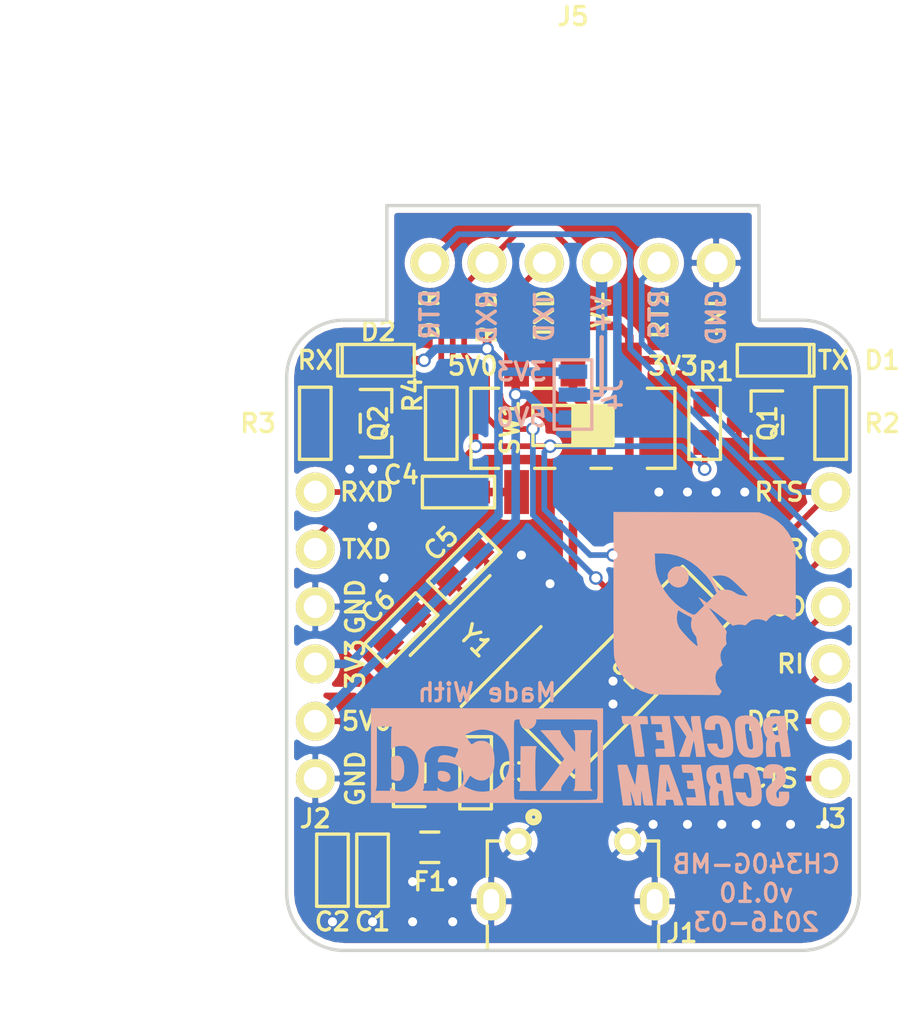
<source format=kicad_pcb>
(kicad_pcb (version 4) (host pcbnew 0.201603200401+6630~43~ubuntu14.04.1-product)
  (layers (0 F.Cu signal) (31 B.Cu signal) (34 B.Paste user) (35 F.Paste user) (36 B.SilkS user) (37 F.SilkS user) (38 B.Mask user) (39 F.Mask user) (44 Edge.Cuts user))
  (net 0 "")
  (net 1 GND)
  (net 2 5V0)
  (net 3 3V3)
  (net 4 "Net-(Q2-Pad1)")
  (net 5 "Net-(Q2-Pad2)")
  (net 6 "Net-(Q1-Pad1)")
  (net 7 "Net-(Q1-Pad2)")
  (net 8 /TXD)
  (net 9 /RXD)
  (net 10 V3)
  (net 11 /UD+)
  (net 12 /UD-)
  (net 13 "Net-(C5-Pad1)")
  (net 14 "Net-(C6-Pad1)")
  (net 15 /~CTS)
  (net 16 /~DSR)
  (net 17 /~RI)
  (net 18 /~DCD)
  (net 19 /~DTR)
  (net 20 /~RTS)
  (net 21 /RS232)
  (net 22 VCC)
  (net 23 "Net-(J4-Pad2)")
  (net 24 "Net-(C4-Pad1)")
  (net 25 VUSB)
  (net 26 "Net-(J1-Pad4)")
  (net 27 "Net-(D1-Pad1)")
  (net 28 "Net-(D2-Pad1)")
  (net 29 "Net-(M1-Pad~)")
  (net 30 "Net-(M2-Pad~)")
  (module RocketScreamKicadLibrary:SOT-23 (layer F.Cu) (at 106.934 93.472 270)
    (fp_text reference Q2 (at 0 0 450) (layer F.SilkS) (effects (font (size 0.8 0.8))))
    (fp_text value BC856)
    (pad 1 smd rect (at -0.95 1.15 270) (size 0.65 1.05) (layers F.Cu F.Paste F.Mask) (net 4 "Net-(Q2-Pad1)"))
    (pad 2 smd rect (at 0.95 1.15 270) (size 0.65 1.05) (layers F.Cu F.Paste F.Mask) (net 5 "Net-(Q2-Pad2)"))
    (pad 3 smd rect (at 0 -1.15 270) (size 0.65 1.05) (layers F.Cu F.Paste F.Mask) (net 1 GND))
  )
  (module RocketScreamKicadLibrary:SOT-23 (layer F.Cu) (at 124.072 93.538 90)
    (fp_text reference Q1 (at 0.066 0.134 270) (layer F.SilkS) (effects (font (size 0.8 0.8))))
    (fp_text value BC856)
    (pad 1 smd rect (at -0.95 1.15 90) (size 0.65 1.05) (layers F.Cu F.Paste F.Mask) (net 6 "Net-(Q1-Pad1)"))
    (pad 2 smd rect (at 0.95 1.15 90) (size 0.65 1.05) (layers F.Cu F.Paste F.Mask) (net 7 "Net-(Q1-Pad2)"))
    (pad 3 smd rect (at 0 -1.15 90) (size 0.65 1.05) (layers F.Cu F.Paste F.Mask) (net 1 GND))
  )
  (module RocketScreamKicadLibrary:SOP-16_150mil (layer F.Cu) (at 118.028124 104.484252 315)
    (fp_text reference U2 (at 0 0 315) (layer F.SilkS) (effects (font (size 0.8 0.8))))
    (fp_text value CH340G)
    (pad 1 smd rect (at -2.7 -4.445 315) (size 1.55 0.6) (layers F.Cu F.Paste F.Mask) (net 1 GND))
    (pad 2 smd rect (at -2.7 -3.175 315) (size 1.55 0.6) (layers F.Cu F.Paste F.Mask) (net 8 /TXD))
    (pad 3 smd rect (at -2.7 -1.905 315) (size 1.55 0.6) (layers F.Cu F.Paste F.Mask) (net 9 /RXD))
    (pad 4 smd rect (at -2.7 -0.635 315) (size 1.55 0.6) (layers F.Cu F.Paste F.Mask) (net 10 V3))
    (pad 5 smd rect (at -2.7 0.635 315) (size 1.55 0.6) (layers F.Cu F.Paste F.Mask) (net 11 /UD+))
    (pad 6 smd rect (at -2.7 1.905 315) (size 1.55 0.6) (layers F.Cu F.Paste F.Mask) (net 12 /UD-))
    (pad 7 smd rect (at -2.7 3.175 315) (size 1.55 0.6) (layers F.Cu F.Paste F.Mask) (net 13 "Net-(C5-Pad1)"))
    (pad 8 smd rect (at -2.7 4.445 315) (size 1.55 0.6) (layers F.Cu F.Paste F.Mask) (net 14 "Net-(C6-Pad1)"))
    (pad 9 smd rect (at 2.7 4.445 315) (size 1.55 0.6) (layers F.Cu F.Paste F.Mask) (net 15 /~CTS))
    (pad 10 smd rect (at 2.7 3.175 315) (size 1.55 0.6) (layers F.Cu F.Paste F.Mask) (net 16 /~DSR))
    (pad 11 smd rect (at 2.7 1.905 315) (size 1.55 0.6) (layers F.Cu F.Paste F.Mask) (net 17 /~RI))
    (pad 12 smd rect (at 2.7 0.635 315) (size 1.55 0.6) (layers F.Cu F.Paste F.Mask) (net 18 /~DCD))
    (pad 13 smd rect (at 2.7 -0.635 315) (size 1.55 0.6) (layers F.Cu F.Paste F.Mask) (net 19 /~DTR))
    (pad 14 smd rect (at 2.7 -1.905 315) (size 1.55 0.6) (layers F.Cu F.Paste F.Mask) (net 20 /~RTS))
    (pad 15 smd rect (at 2.7 -3.175 315) (size 1.55 0.6) (layers F.Cu F.Paste F.Mask) (net 21 /RS232))
    (pad 16 smd rect (at 2.7 -4.445 315) (size 1.55 0.6) (layers F.Cu F.Paste F.Mask) (net 22 VCC))
  )
  (module RocketScreamKicadLibrary:RES-0603 (layer F.Cu) (at 121.412 93.472 90)
    (fp_text reference R1 (at 2.286 0.508 180) (layer F.SilkS) (effects (font (size 0.8 0.8))))
    (fp_text value 4K7)
    (pad 1 smd rect (at -0.85 0 90) (size 1.1 1) (layers F.Cu F.Paste F.Mask) (net 8 /TXD))
    (pad 2 smd rect (at 0.85 0 90) (size 1.1 1) (layers F.Cu F.Paste F.Mask) (net 6 "Net-(Q1-Pad1)"))
  )
  (module RocketScreamKicadLibrary:RES-0603 (layer F.Cu) (at 127 93.472 270)
    (fp_text reference R2 (at 0 -2.286 360) (layer F.SilkS) (effects (font (size 0.8 0.8))))
    (fp_text value 1K)
    (pad 1 smd rect (at -0.85 0 270) (size 1.1 1) (layers F.Cu F.Paste F.Mask) (net 27 "Net-(D1-Pad1)"))
    (pad 2 smd rect (at 0.85 0 270) (size 1.1 1) (layers F.Cu F.Paste F.Mask) (net 7 "Net-(Q1-Pad2)"))
  )
  (module RocketScreamKicadLibrary:RES-0603 (layer F.Cu) (at 104.14 93.472 270)
    (fp_text reference R3 (at 0 2.54 360) (layer F.SilkS) (effects (font (size 0.8 0.8))))
    (fp_text value 1K)
    (pad 1 smd rect (at -0.85 0 270) (size 1.1 1) (layers F.Cu F.Paste F.Mask) (net 28 "Net-(D2-Pad1)"))
    (pad 2 smd rect (at 0.85 0 270) (size 1.1 1) (layers F.Cu F.Paste F.Mask) (net 5 "Net-(Q2-Pad2)"))
  )
  (module RocketScreamKicadLibrary:RES-0603 (layer F.Cu) (at 109.728 93.472 90)
    (fp_text reference R4 (at 1.27 -1.27 90) (layer F.SilkS) (effects (font (size 0.8 0.8))))
    (fp_text value 4K7)
    (pad 1 smd rect (at -0.85 0 90) (size 1.1 1) (layers F.Cu F.Paste F.Mask) (net 9 /RXD))
    (pad 2 smd rect (at 0.85 0 90) (size 1.1 1) (layers F.Cu F.Paste F.Mask) (net 4 "Net-(Q2-Pad1)"))
  )
  (module RocketScreamKicadLibrary:RCP_1x6_Pitch2.54mm_RightAngle (layer F.Cu) (at 115.57 86.36)
    (fp_text reference J5 (at 0 -10.922) (layer F.SilkS) (effects (font (size 0.8 0.8))))
    (fp_text value CONN-HDR-1x6)
    (pad 1 thru_hole oval (at -6.35 0) (size 1.7272 1.7272) (drill 1.016) (layers *.Cu *.Mask F.SilkS) (net 19 /~DTR))
    (pad 2 thru_hole oval (at -3.81 0) (size 1.7272 1.7272) (drill 1.016) (layers *.Cu *.Mask F.SilkS) (net 9 /RXD))
    (pad 3 thru_hole oval (at -1.27 0) (size 1.7272 1.7272) (drill 1.016) (layers *.Cu *.Mask F.SilkS) (net 8 /TXD))
    (pad 4 thru_hole oval (at 1.27 0) (size 1.7272 1.7272) (drill 1.016) (layers *.Cu *.Mask F.SilkS) (net 23 "Net-(J4-Pad2)"))
    (pad 5 thru_hole oval (at 3.81 0) (size 1.7272 1.7272) (drill 1.016) (layers *.Cu *.Mask F.SilkS) (net 20 /~RTS))
    (pad 6 thru_hole oval (at 6.35 0) (size 1.7272 1.7272) (drill 1.016) (layers *.Cu *.Mask F.SilkS) (net 1 GND))
  )
  (module RocketScreamKicadLibrary:MSS22D18 (layer F.Cu) (at 115.57 93.695 180)
    (fp_text reference SW1 (at 2.794 0.031 270) (layer F.SilkS) (effects (font (size 0.8 0.8))))
    (fp_text value MSS22D18)
    (pad 1 smd rect (at -2.5 2.825 270) (size 1.95 1.1) (layers F.Cu F.Paste F.Mask) (net 3 3V3))
    (pad 2 smd rect (at 0 2.825 270) (size 1.95 1.1) (layers F.Cu F.Paste F.Mask) (net 22 VCC))
    (pad 3 smd rect (at 2.5 2.825 270) (size 1.95 1.1) (layers F.Cu F.Paste F.Mask) (net 2 5V0))
    (pad 4 smd rect (at 2.5 -2.825 270) (size 1.95 1.1) (layers F.Cu F.Paste F.Mask) (net 24 "Net-(C4-Pad1)"))
    (pad 5 smd rect (at 0 -2.825 270) (size 1.95 1.1) (layers F.Cu F.Paste F.Mask) (net 10 V3))
    (pad 6 smd rect (at -2.5 -2.825 270) (size 1.95 1.1) (layers F.Cu F.Paste F.Mask) (net 3 3V3))
  )
  (module RocketScreamKicadLibrary:MICRO-USB (layer F.Cu) (at 115.57 113.538)
    (fp_text reference J1 (at 4.826 2.54) (layer F.SilkS) (effects (font (size 0.8 0.8))))
    (fp_text value MICRO-USB)
    (pad 1 smd rect (at -1.3 -1.45) (size 0.4 1.35) (layers F.Cu F.Paste F.Mask) (net 25 VUSB))
    (pad 2 smd rect (at -0.65 -1.45) (size 0.4 1.35) (layers F.Cu F.Paste F.Mask) (net 12 /UD-))
    (pad 3 smd rect (at 0 -1.45) (size 0.4 1.35) (layers F.Cu F.Paste F.Mask) (net 11 /UD+))
    (pad 4 smd rect (at 0.65 -1.45) (size 0.4 1.35) (layers F.Cu F.Paste F.Mask) (net 26 "Net-(J1-Pad4)"))
    (pad 5 smd rect (at 1.3 -1.45) (size 0.4 1.35) (layers F.Cu F.Paste F.Mask) (net 1 GND))
    (pad 6 thru_hole circle (at -2.425 -1.525) (size 1.2 1.2) (drill 0.7) (layers *.Cu *.Mask F.SilkS) (net 1 GND))
    (pad 7 thru_hole circle (at 2.425 -1.525) (size 1.2 1.2) (drill 0.7) (layers *.Cu *.Mask F.SilkS) (net 1 GND))
    (pad 8 thru_hole oval (at -3.625 1.125) (size 1.3 1.7) (drill oval 0.7 1.1) (layers *.Cu *.Mask F.SilkS) (net 1 GND))
    (pad 9 thru_hole oval (at 3.625 1.125) (size 1.3 1.7) (drill oval 0.7 1.1) (layers *.Cu *.Mask F.SilkS) (net 1 GND))
  )
  (module RocketScreamKicadLibrary:MF-PSMF020X (layer F.Cu) (at 109.22 112.268 180)
    (fp_text reference F1 (at 0 -1.524 180) (layer F.SilkS) (effects (font (size 0.8 0.8))))
    (fp_text value MF-PSMF050X-2)
    (pad 1 smd rect (at -1.1 0 180) (size 1 1.5) (layers F.Cu F.Paste F.Mask) (net 25 VUSB))
    (pad 2 smd rect (at 1.1 0 180) (size 1 1.5) (layers F.Cu F.Paste F.Mask) (net 2 5V0))
  )
  (module RocketScreamKicadLibrary:JUMPER-2-WAY-SMD (layer B.Cu) (at 115.57 92.202 90)
    (fp_text reference J4 (at 0 1.778 90) (layer B.SilkS) (effects (font (size 0.8 0.8)) (justify mirror)))
    (fp_text value JUMPER-2-WAY)
    (pad 3 smd rect (at 1.016 0 90) (size 0.635 1.27) (layers B.Cu B.Paste B.Mask) (net 3 3V3))
    (pad 2 smd rect (at 0 0 90) (size 0.635 1.27) (layers B.Cu B.Paste B.Mask) (net 23 "Net-(J4-Pad2)"))
    (pad 1 smd rect (at -1.016 0 90) (size 0.635 1.27) (layers B.Cu B.Paste B.Mask) (net 2 5V0))
  )
  (module RocketScreamKicadLibrary:CAP-0603 (layer F.Cu) (at 122.428 100.076 315)
    (fp_text reference C7 (at -2.54 0 315) (layer F.SilkS) (effects (font (size 0.8 0.8))))
    (fp_text value 100nF)
    (pad 1 smd rect (at -0.85 0 315) (size 1.1 1) (layers F.Cu F.Paste F.Mask) (net 1 GND))
    (pad 2 smd rect (at 0.85 0 315) (size 1.1 1) (layers F.Cu F.Paste F.Mask) (net 22 VCC))
  )
  (module RocketScreamKicadLibrary:CAP-0603 (layer F.Cu) (at 107.95 102.616 45)
    (fp_text reference C6 (at 0 -1.436841 225) (layer F.SilkS) (effects (font (size 0.8 0.8))))
    (fp_text value 22pF)
    (pad 1 smd rect (at -0.85 0 45) (size 1.1 1) (layers F.Cu F.Paste F.Mask) (net 14 "Net-(C6-Pad1)"))
    (pad 2 smd rect (at 0.85 0 45) (size 1.1 1) (layers F.Cu F.Paste F.Mask) (net 1 GND))
  )
  (module RocketScreamKicadLibrary:CAP-0603 (layer F.Cu) (at 110.744 99.822 225)
    (fp_text reference C5 (at 0 1.436841 405) (layer F.SilkS) (effects (font (size 0.8 0.8))))
    (fp_text value 22pF)
    (pad 1 smd rect (at -0.85 0 225) (size 1.1 1) (layers F.Cu F.Paste F.Mask) (net 13 "Net-(C5-Pad1)"))
    (pad 2 smd rect (at 0.85 0 225) (size 1.1 1) (layers F.Cu F.Paste F.Mask) (net 1 GND))
  )
  (module RocketScreamKicadLibrary:CAP-0603 (layer F.Cu) (at 110.49 96.52 180)
    (fp_text reference C4 (at 2.54 0.762 180) (layer F.SilkS) (effects (font (size 0.8 0.8))))
    (fp_text value 10nF)
    (pad 1 smd rect (at -0.85 0 180) (size 1.1 1) (layers F.Cu F.Paste F.Mask) (net 24 "Net-(C4-Pad1)"))
    (pad 2 smd rect (at 0.85 0 180) (size 1.1 1) (layers F.Cu F.Paste F.Mask) (net 1 GND))
  )
  (module RocketScreamKicadLibrary:CAP-0603 (layer F.Cu) (at 111.252 108.966 270)
    (fp_text reference C3 (at 0 -1.778 360) (layer F.SilkS) (effects (font (size 0.8 0.8))))
    (fp_text value "1uF 16V X5R")
    (pad 1 smd rect (at -0.85 0 270) (size 1.1 1) (layers F.Cu F.Paste F.Mask) (net 3 3V3))
    (pad 2 smd rect (at 0.85 0 270) (size 1.1 1) (layers F.Cu F.Paste F.Mask) (net 1 GND))
  )
  (module RocketScreamKicadLibrary:CAP-0603 (layer F.Cu) (at 104.902 113.284 270)
    (fp_text reference C2 (at 2.286 0 360) (layer F.SilkS) (effects (font (size 0.8 0.8))))
    (fp_text value "1uF 16V X5R")
    (pad 1 smd rect (at -0.85 0 270) (size 1.1 1) (layers F.Cu F.Paste F.Mask) (net 2 5V0))
    (pad 2 smd rect (at 0.85 0 270) (size 1.1 1) (layers F.Cu F.Paste F.Mask) (net 1 GND))
  )
  (module RocketScreamKicadLibrary:HDR_1x6_Pitch2.54mm_WithoutSilk (layer F.Cu) (at 104.14 102.87 270)
    (fp_text reference J2 (at 8.128 0 360) (layer F.SilkS) (effects (font (size 0.8 0.8))))
    (fp_text value CONN-HDR-1x6)
    (pad 1 thru_hole oval (at -6.35 0 270) (size 1.7272 1.7272) (drill 1.016) (layers *.Cu *.Mask F.SilkS) (net 9 /RXD))
    (pad 2 thru_hole oval (at -3.81 0 270) (size 1.7272 1.7272) (drill 1.016) (layers *.Cu *.Mask F.SilkS) (net 8 /TXD))
    (pad 3 thru_hole oval (at -1.27 0 270) (size 1.7272 1.7272) (drill 1.016) (layers *.Cu *.Mask F.SilkS) (net 1 GND))
    (pad 4 thru_hole oval (at 1.27 0 270) (size 1.7272 1.7272) (drill 1.016) (layers *.Cu *.Mask F.SilkS) (net 3 3V3))
    (pad 5 thru_hole oval (at 3.81 0 270) (size 1.7272 1.7272) (drill 1.016) (layers *.Cu *.Mask F.SilkS) (net 2 5V0))
    (pad 6 thru_hole oval (at 6.35 0 270) (size 1.7272 1.7272) (drill 1.016) (layers *.Cu *.Mask F.SilkS) (net 1 GND))
  )
  (module RocketScreamKicadLibrary:HDR_1x6_Pitch2.54mm_WithoutSilk (layer F.Cu) (at 127 102.87 270)
    (fp_text reference J3 (at 8.128 0 360) (layer F.SilkS) (effects (font (size 0.8 0.8))))
    (fp_text value CONN-HDR-1x6)
    (pad 1 thru_hole oval (at -6.35 0 270) (size 1.7272 1.7272) (drill 1.016) (layers *.Cu *.Mask F.SilkS) (net 20 /~RTS))
    (pad 2 thru_hole oval (at -3.81 0 270) (size 1.7272 1.7272) (drill 1.016) (layers *.Cu *.Mask F.SilkS) (net 19 /~DTR))
    (pad 3 thru_hole oval (at -1.27 0 270) (size 1.7272 1.7272) (drill 1.016) (layers *.Cu *.Mask F.SilkS) (net 18 /~DCD))
    (pad 4 thru_hole oval (at 1.27 0 270) (size 1.7272 1.7272) (drill 1.016) (layers *.Cu *.Mask F.SilkS) (net 17 /~RI))
    (pad 5 thru_hole oval (at 3.81 0 270) (size 1.7272 1.7272) (drill 1.016) (layers *.Cu *.Mask F.SilkS) (net 16 /~DSR))
    (pad 6 thru_hole oval (at 6.35 0 270) (size 1.7272 1.7272) (drill 1.016) (layers *.Cu *.Mask F.SilkS) (net 15 /~CTS))
  )
  (module RocketScreamKicadLibrary:SOT-23 (layer F.Cu) (at 108.204 108.966 90)
    (fp_text reference U1 (at 2.286 0 180) (layer F.SilkS) (effects (font (size 0.8 0.8))))
    (fp_text value MCP1700T-3302E/TT)
    (pad 1 smd rect (at -0.95 1.15 90) (size 0.65 1.05) (layers F.Cu F.Paste F.Mask) (net 1 GND))
    (pad 2 smd rect (at 0.95 1.15 90) (size 0.65 1.05) (layers F.Cu F.Paste F.Mask) (net 3 3V3))
    (pad 3 smd rect (at 0 -1.15 90) (size 0.65 1.05) (layers F.Cu F.Paste F.Mask) (net 2 5V0))
  )
  (module RocketScreamKicadLibrary:ABM3 (layer F.Cu) (at 111.252 103.124 225)
    (fp_text reference Y1 (at 0 0 315) (layer F.SilkS) (effects (font (size 0.8 0.8))))
    (fp_text value 12MHz)
    (pad 1 smd rect (at -2.05 0 225) (size 1.9 2.4) (layers F.Cu F.Paste F.Mask) (net 13 "Net-(C5-Pad1)"))
    (pad 2 smd rect (at 2.05 0 225) (size 1.9 2.4) (layers F.Cu F.Paste F.Mask) (net 14 "Net-(C6-Pad1)"))
  )
  (module RocketScreamKicadLibrary:CAP-0603 (layer F.Cu) (at 106.68 113.284 270)
    (fp_text reference C1 (at 2.286 0 360) (layer F.SilkS) (effects (font (size 0.8 0.8))))
    (fp_text value "4.7uF 10V X5R")
    (pad 1 smd rect (at -0.85 0 270) (size 1.1 1) (layers F.Cu F.Paste F.Mask) (net 2 5V0))
    (pad 2 smd rect (at 0.85 0 270) (size 1.1 1) (layers F.Cu F.Paste F.Mask) (net 1 GND))
  )
  (module RocketScreamKicadLibrary:LED-0603 (layer F.Cu) (at 124.46 90.678 180)
    (fp_text reference D1 (at -4.826 0 180) (layer F.SilkS) (effects (font (size 0.8 0.8))))
    (fp_text value Red)
    (pad 2 smd rect (at 0.85 0) (size 1.1 1) (layers F.Cu F.Paste F.Mask) (net 3 3V3))
    (pad 1 smd rect (at -0.85 0) (size 1.1 1) (layers F.Cu F.Paste F.Mask) (net 27 "Net-(D1-Pad1)"))
  )
  (module RocketScreamKicadLibrary:LED-0603 (layer F.Cu) (at 106.934 90.678)
    (fp_text reference D2 (at 0 -1.27) (layer F.SilkS) (effects (font (size 0.8 0.8))))
    (fp_text value Green)
    (pad 2 smd rect (at 0.85 0 180) (size 1.1 1) (layers F.Cu F.Paste F.Mask) (net 3 3V3))
    (pad 1 smd rect (at -0.85 0 180) (size 1.1 1) (layers F.Cu F.Paste F.Mask) (net 28 "Net-(D2-Pad1)"))
  )
  (module RocketScreamKicadLibrary:FIDUCIAL-1MM (layer F.Cu) (at 125.73 114.3)
    (fp_text reference M1 hide)
    (fp_text value FIDUCIAL)
    (pad ~ smd circle (at 0 0) (size 1 1) (layers F.Cu F.Mask) (net 29 "Net-(M1-Pad~)") (clearance 0.5))
  )
  (module RocketScreamKicadLibrary:FIDUCIAL-1MM (layer F.Cu) (at 108.712 98.552)
    (fp_text reference M2 hide)
    (fp_text value FIDUCIAL)
    (pad ~ smd circle (at 0 0) (size 1 1) (layers F.Cu F.Mask) (net 30 "Net-(M2-Pad~)") (clearance 0.5))
  )
  (module RocketScreamKicadLibrary:LOGO-ROCKET-SCREAM_Vertical_XSmall (layer B.Cu) (at 121.412 104.14 180)
    (fp_text reference LOGO1 hide)
    (fp_text value LOGO-ROCKET-SCREAM hide)
  )
  (module RocketScreamKicadLibrary:LOGO-KICAD_XSmall (layer B.Cu) (at 111.76 108.204 180)
    (fp_text reference LOGO2 hide)
    (fp_text value LOGO-KICAD hide)
  )
  (gr_text "Made With" (at 111.76 105.41) (layer B.SilkS) (effects (font (size 0.8 0.8)) (justify mirror)))
  (gr_line (start 116.84 92.202) (end 116.459 92.202) (layer B.SilkS) (width 0.2))
  (gr_line (start 116.84 92.202) (end 116.84 89.662) (layer B.SilkS) (width 0.2))
  (gr_text GND (at 121.92 88.773 90) (layer B.SilkS) (effects (font (size 0.8 0.8)) (justify mirror)))
  (gr_text RTS (at 119.38 88.646 90) (layer B.SilkS) (effects (font (size 0.8 0.8)) (justify mirror)))
  (gr_text V+ (at 116.84 88.646 90) (layer B.SilkS) (effects (font (size 0.8 0.8)) (justify mirror)))
  (gr_text TXD (at 114.3 88.773 90) (layer B.SilkS) (effects (font (size 0.8 0.8)) (justify mirror)))
  (gr_text RXD (at 111.76 88.773 90) (layer B.SilkS) (effects (font (size 0.8 0.8)) (justify mirror)))
  (gr_text DTR (at 109.22 88.646 90) (layer B.SilkS) (effects (font (size 0.8 0.8)) (justify mirror)))
  (gr_text 5V0 (at 113.284 93.218) (layer B.SilkS) (effects (font (size 0.8 0.8)) (justify mirror)))
  (gr_text 3V3 (at 113.284 91.186) (layer B.SilkS) (effects (font (size 0.8 0.8)) (justify mirror)))
  (gr_text "CH340G-MB\nv0.10\n2016-03" (at 123.698 114.3) (layer B.SilkS) (effects (font (size 0.8 0.8)) (justify mirror)))
  (gr_text GND (at 105.918 101.6 90) (layer F.SilkS) (effects (font (size 0.8 0.8))))
  (gr_text TXD (at 106.426 99.06) (layer F.SilkS) (effects (font (size 0.8 0.8))))
  (gr_text RXD (at 106.426 96.52) (layer F.SilkS) (effects (font (size 0.8 0.8))))
  (gr_text RX (at 104.14 90.678) (layer F.SilkS) (effects (font (size 0.8 0.8))))
  (gr_text TX (at 127.127 90.678) (layer F.SilkS) (effects (font (size 0.8 0.8))))
  (gr_text GND (at 121.92 88.773 90) (layer F.SilkS) (effects (font (size 0.8 0.8))))
  (gr_text RTS (at 119.38 88.646 90) (layer F.SilkS) (effects (font (size 0.8 0.8))))
  (gr_text V+ (at 116.84 88.392 90) (layer F.SilkS) (effects (font (size 0.8 0.8))))
  (gr_text TXD (at 114.3 88.646 90) (layer F.SilkS) (effects (font (size 0.8 0.8))))
  (gr_text RXD (at 111.76 88.773 90) (layer F.SilkS) (effects (font (size 0.8 0.8))))
  (gr_text 5V0 (at 111.125 90.932) (layer F.SilkS) (effects (font (size 0.8 0.8))))
  (gr_text 3V3 (at 120.015 90.932) (layer F.SilkS) (effects (font (size 0.8 0.8))))
  (gr_text DTR (at 109.22 88.646 90) (layer F.SilkS) (effects (font (size 0.8 0.8))))
  (gr_text 3V3 (at 105.918 104.14 90) (layer F.SilkS) (effects (font (size 0.8 0.8))))
  (gr_text 5V0 (at 106.426 106.68) (layer F.SilkS) (effects (font (size 0.8 0.8))))
  (gr_text GND (at 105.918 109.22 90) (layer F.SilkS) (effects (font (size 0.8 0.8))))
  (gr_text RTS (at 124.714 96.52) (layer F.SilkS) (effects (font (size 0.8 0.8))))
  (gr_text DTR (at 124.714 99.06) (layer F.SilkS) (effects (font (size 0.8 0.8))))
  (gr_text DCD (at 124.714 101.6) (layer F.SilkS) (effects (font (size 0.8 0.8))))
  (gr_text DSR (at 124.46 106.68) (layer F.SilkS) (effects (font (size 0.8 0.8))))
  (gr_text CTS (at 124.46 109.22) (layer F.SilkS) (effects (font (size 0.8 0.8))))
  (gr_text RI (at 125.222 104.14) (layer F.SilkS) (effects (font (size 0.8 0.8))))
  (gr_arc (start 125.73 91.44) (end 125.73 88.9) (angle 90) (layer Edge.Cuts) (width 0.15))
  (gr_arc (start 105.41 91.44) (end 102.87 91.44) (angle 90) (layer Edge.Cuts) (width 0.15))
  (gr_line (start 123.825 88.9) (end 125.73 88.9) (layer Edge.Cuts) (width 0.15))
  (gr_line (start 123.825 83.82) (end 123.825 88.9) (layer Edge.Cuts) (width 0.15))
  (gr_line (start 107.315 88.9) (end 105.41 88.9) (layer Edge.Cuts) (width 0.15))
  (gr_line (start 107.315 83.82) (end 107.315 88.9) (layer Edge.Cuts) (width 0.15))
  (gr_arc (start 125.73 114.3) (end 128.27 114.3) (angle 90) (layer Edge.Cuts) (width 0.15))
  (gr_arc (start 105.41 114.3) (end 105.41 116.84) (angle 90) (layer Edge.Cuts) (width 0.15))
  (gr_line (start 123.825 83.82) (end 107.315 83.82) (layer Edge.Cuts) (width 0.15))
  (gr_line (start 128.27 114.3) (end 128.27 91.44) (layer Edge.Cuts) (width 0.15))
  (gr_line (start 105.41 116.84) (end 125.73 116.84) (layer Edge.Cuts) (width 0.15))
  (gr_line (start 102.87 91.44) (end 102.87 114.3) (layer Edge.Cuts) (width 0.15))
  (segment (start 110.236 113.792) (end 110.236 115.57) (width 0.254) (layer F.Cu) (net 1))
  (via (at 110.236 115.57) (size 0.6) (drill 0.4) (layers F.Cu B.Cu) (net 1))
  (segment (start 108.458 113.792) (end 110.236 113.792) (width 0.254) (layer B.Cu) (net 1))
  (via (at 110.236 113.792) (size 0.6) (drill 0.4) (layers F.Cu B.Cu) (net 1))
  (segment (start 108.458 115.57) (end 108.458 113.792) (width 0.254) (layer F.Cu) (net 1))
  (via (at 108.458 113.792) (size 0.6) (drill 0.4) (layers F.Cu B.Cu) (net 1))
  (via (at 108.458 115.57) (size 0.6) (drill 0.4) (layers F.Cu B.Cu) (net 1))
  (segment (start 106.68 115.57) (end 108.458 115.57) (width 0.254) (layer F.Cu) (net 1))
  (segment (start 113.284 99.314) (end 114.554 100.584) (width 0.254) (layer B.Cu) (net 1))
  (via (at 114.554 100.584) (size 0.6) (drill 0.4) (layers F.Cu B.Cu) (net 1))
  (segment (start 109.728 97.79) (end 111.76 97.79) (width 0.254) (layer F.Cu) (net 1))
  (segment (start 111.76 97.79) (end 113.284 99.314) (width 0.254) (layer F.Cu) (net 1))
  (via (at 113.284 99.314) (size 0.6) (drill 0.4) (layers F.Cu B.Cu) (net 1))
  (segment (start 109.64 97.702) (end 109.728 97.79) (width 0.254) (layer F.Cu) (net 1))
  (segment (start 109.64 96.52) (end 109.64 97.702) (width 0.254) (layer F.Cu) (net 1))
  (segment (start 107.188 100.33) (end 106.68 99.822) (width 0.254) (layer B.Cu) (net 1))
  (segment (start 106.68 99.822) (end 106.68 98.044) (width 0.254) (layer B.Cu) (net 1))
  (via (at 106.68 98.044) (size 0.6) (drill 0.4) (layers F.Cu B.Cu) (net 1))
  (segment (start 105.918 101.6) (end 107.188 100.33) (width 0.254) (layer F.Cu) (net 1))
  (via (at 107.188 100.33) (size 0.6) (drill 0.4) (layers F.Cu B.Cu) (net 1))
  (segment (start 104.14 101.6) (end 105.918 101.6) (width 0.254) (layer F.Cu) (net 1))
  (segment (start 104.902 115.57) (end 106.68 115.57) (width 0.254) (layer B.Cu) (net 1))
  (via (at 106.68 115.57) (size 0.6) (drill 0.4) (layers F.Cu B.Cu) (net 1))
  (segment (start 104.902 114.134) (end 104.902 115.57) (width 0.254) (layer F.Cu) (net 1))
  (via (at 104.902 115.57) (size 0.6) (drill 0.4) (layers F.Cu B.Cu) (net 1))
  (segment (start 117.348 105.918) (end 117.348 104.902) (width 0.254) (layer F.Cu) (net 1))
  (via (at 117.348 104.902) (size 0.6) (drill 0.4) (layers F.Cu B.Cu) (net 1))
  (segment (start 119.126 111.252) (end 119.126 107.696) (width 0.254) (layer B.Cu) (net 1))
  (segment (start 119.126 107.696) (end 117.348 105.918) (width 0.254) (layer B.Cu) (net 1))
  (via (at 117.348 105.918) (size 0.6) (drill 0.4) (layers F.Cu B.Cu) (net 1))
  (segment (start 125.222 111.252) (end 126.746 111.252) (width 0.254) (layer B.Cu) (net 1))
  (via (at 126.746 111.252) (size 0.6) (drill 0.4) (layers F.Cu B.Cu) (net 1))
  (segment (start 123.698 111.252) (end 125.222 111.252) (width 0.254) (layer F.Cu) (net 1))
  (via (at 125.222 111.252) (size 0.6) (drill 0.4) (layers F.Cu B.Cu) (net 1))
  (segment (start 122.174 111.252) (end 123.698 111.252) (width 0.254) (layer B.Cu) (net 1))
  (via (at 123.698 111.252) (size 0.6) (drill 0.4) (layers F.Cu B.Cu) (net 1))
  (segment (start 120.65 111.252) (end 122.174 111.252) (width 0.254) (layer F.Cu) (net 1))
  (via (at 122.174 111.252) (size 0.6) (drill 0.4) (layers F.Cu B.Cu) (net 1))
  (segment (start 119.126 111.252) (end 120.65 111.252) (width 0.254) (layer B.Cu) (net 1))
  (via (at 120.65 111.252) (size 0.6) (drill 0.4) (layers F.Cu B.Cu) (net 1))
  (segment (start 119.195 114.663) (end 119.195 111.321) (width 0.254) (layer F.Cu) (net 1))
  (segment (start 119.195 111.321) (end 119.126 111.252) (width 0.254) (layer F.Cu) (net 1))
  (via (at 119.126 111.252) (size 0.6) (drill 0.4) (layers F.Cu B.Cu) (net 1))
  (via (at 120.65 96.52) (size 0.6) (drill 0.4) (layers F.Cu B.Cu) (net 1))
  (segment (start 120.65 96.52) (end 119.38 96.52) (width 0.254) (layer B.Cu) (net 1))
  (segment (start 121.92 96.52) (end 120.65 96.52) (width 0.254) (layer F.Cu) (net 1))
  (via (at 121.92 96.52) (size 0.6) (drill 0.4) (layers F.Cu B.Cu) (net 1))
  (segment (start 123.19 96.52) (end 121.92 96.52) (width 0.254) (layer B.Cu) (net 1))
  (via (at 123.19 96.52) (size 0.6) (drill 0.4) (layers F.Cu B.Cu) (net 1))
  (segment (start 123.19 96.52) (end 122.922 96.252) (width 0.254) (layer F.Cu) (net 1))
  (segment (start 122.922 96.252) (end 122.922 93.538) (width 0.254) (layer F.Cu) (net 1))
  (via (at 119.38 96.52) (size 0.6) (drill 0.4) (layers F.Cu B.Cu) (net 1))
  (segment (start 106.68 95.504) (end 105.664 95.504) (width 0.254) (layer B.Cu) (net 1))
  (via (at 105.664 95.504) (size 0.6) (drill 0.4) (layers F.Cu B.Cu) (net 1))
  (segment (start 108.084 93.472) (end 108.084 94.1) (width 0.254) (layer F.Cu) (net 1))
  (segment (start 108.084 94.1) (end 106.68 95.504) (width 0.254) (layer F.Cu) (net 1))
  (via (at 106.68 95.504) (size 0.6) (drill 0.4) (layers F.Cu B.Cu) (net 1))
  (segment (start 114.554 93.218) (end 113.538 92.202) (width 0.381) (layer B.Cu) (net 2))
  (segment (start 113.538 92.202) (end 113.03 92.202) (width 0.381) (layer B.Cu) (net 2))
  (segment (start 115.57 93.218) (end 114.554 93.218) (width 0.381) (layer B.Cu) (net 2))
  (segment (start 113.03 92.202) (end 113.03 93.218) (width 0.381) (layer B.Cu) (net 2))
  (segment (start 113.03 93.218) (end 113.03 97.79) (width 0.381) (layer B.Cu) (net 2))
  (segment (start 112.522 98.298) (end 104.14 106.68) (width 0.381) (layer B.Cu) (net 2))
  (segment (start 113.03 97.79) (end 112.522 98.298) (width 0.381) (layer B.Cu) (net 2))
  (via (at 113.03 92.202) (size 0.6) (drill 0.4) (layers F.Cu B.Cu) (net 2))
  (segment (start 113.03 92.202) (end 113.03 90.91) (width 0.381) (layer F.Cu) (net 2))
  (segment (start 113.03 90.91) (end 113.07 90.87) (width 0.381) (layer F.Cu) (net 2))
  (segment (start 111.76 90.17) (end 109.474 90.17) (width 0.381) (layer B.Cu) (net 3))
  (segment (start 109.474 90.17) (end 108.966 90.678) (width 0.381) (layer B.Cu) (net 3))
  (segment (start 111.76 90.17) (end 112.268 90.678) (width 0.381) (layer B.Cu) (net 3))
  (segment (start 112.268 90.678) (end 112.268 91.186) (width 0.381) (layer B.Cu) (net 3))
  (via (at 111.76 90.17) (size 0.6) (drill 0.4) (layers F.Cu B.Cu) (net 3))
  (segment (start 117.602 89.154) (end 118.07 89.622) (width 0.381) (layer F.Cu) (net 3))
  (segment (start 111.76 89.662) (end 112.268 89.154) (width 0.381) (layer F.Cu) (net 3))
  (segment (start 111.76 90.17) (end 111.76 89.662) (width 0.381) (layer F.Cu) (net 3))
  (segment (start 112.268 89.154) (end 117.602 89.154) (width 0.381) (layer F.Cu) (net 3))
  (segment (start 118.07 89.622) (end 118.07 90.87) (width 0.381) (layer F.Cu) (net 3))
  (segment (start 112.268 91.694) (end 112.268 91.186) (width 0.381) (layer B.Cu) (net 3))
  (segment (start 112.268 91.186) (end 115.57 91.186) (width 0.381) (layer B.Cu) (net 3))
  (segment (start 108.966 90.678) (end 107.784 90.678) (width 0.381) (layer F.Cu) (net 3))
  (via (at 108.966 90.678) (size 0.6) (drill 0.4) (layers F.Cu B.Cu) (net 3))
  (segment (start 112.268 97.536) (end 112.268 91.694) (width 0.381) (layer B.Cu) (net 3))
  (segment (start 105.664 104.14) (end 112.268 97.536) (width 0.381) (layer B.Cu) (net 3))
  (segment (start 104.14 104.14) (end 105.664 104.14) (width 0.381) (layer B.Cu) (net 3))
  (segment (start 123.61 90.678) (end 118.262 90.678) (width 0.381) (layer F.Cu) (net 3))
  (segment (start 118.262 90.678) (end 118.07 90.87) (width 0.381) (layer F.Cu) (net 3))
  (segment (start 118.07 96.52) (end 118.07 90.87) (width 0.381) (layer F.Cu) (net 3))
  (segment (start 105.784 92.522) (end 109.628 92.522) (width 0.254) (layer F.Cu) (net 4))
  (segment (start 109.628 92.522) (end 109.728 92.622) (width 0.254) (layer F.Cu) (net 4))
  (segment (start 105.784 94.422) (end 104.24 94.422) (width 0.254) (layer F.Cu) (net 5))
  (segment (start 104.24 94.422) (end 104.14 94.322) (width 0.254) (layer F.Cu) (net 5))
  (segment (start 124.206 94.234) (end 124.46 94.488) (width 0.254) (layer F.Cu) (net 6))
  (segment (start 124.46 94.488) (end 125.222 94.488) (width 0.254) (layer F.Cu) (net 6))
  (segment (start 124.206 92.964) (end 124.206 94.234) (width 0.254) (layer F.Cu) (net 6))
  (segment (start 123.864 92.622) (end 124.206 92.964) (width 0.254) (layer F.Cu) (net 6))
  (segment (start 121.412 92.622) (end 123.864 92.622) (width 0.254) (layer F.Cu) (net 6))
  (segment (start 126.58 94.322) (end 125.222 92.964) (width 0.254) (layer F.Cu) (net 7))
  (segment (start 125.222 92.964) (end 125.222 92.588) (width 0.254) (layer F.Cu) (net 7))
  (segment (start 127 94.322) (end 126.58 94.322) (width 0.254) (layer F.Cu) (net 7))
  (via (at 121.412 95.504) (size 0.6) (drill 0.4) (layers F.Cu B.Cu) (net 8))
  (segment (start 121.412 95.504) (end 121.412 94.322) (width 0.254) (layer F.Cu) (net 8))
  (segment (start 121.412 95.504) (end 120.396 94.488) (width 0.254) (layer B.Cu) (net 8))
  (segment (start 120.396 94.488) (end 114.554 94.488) (width 0.254) (layer B.Cu) (net 8))
  (segment (start 111.252 94.488) (end 110.236 95.504) (width 0.254) (layer F.Cu) (net 8))
  (segment (start 110.236 95.504) (end 108.712 95.504) (width 0.254) (layer F.Cu) (net 8))
  (segment (start 108.712 95.504) (end 107.188 97.028) (width 0.254) (layer F.Cu) (net 8))
  (segment (start 107.188 97.028) (end 105.664 97.028) (width 0.254) (layer F.Cu) (net 8))
  (segment (start 105.664 97.028) (end 104.14 98.552) (width 0.254) (layer F.Cu) (net 8))
  (segment (start 104.14 98.552) (end 104.14 99.06) (width 0.254) (layer F.Cu) (net 8))
  (segment (start 114.554 94.488) (end 111.252 94.488) (width 0.254) (layer F.Cu) (net 8))
  (via (at 114.554 94.488) (size 0.6) (drill 0.4) (layers F.Cu B.Cu) (net 8))
  (segment (start 114.554 94.488) (end 114.3 94.742) (width 0.254) (layer B.Cu) (net 8))
  (segment (start 114.3 94.742) (end 114.3 97.282) (width 0.254) (layer B.Cu) (net 8))
  (segment (start 114.3 97.282) (end 116.332 99.314) (width 0.254) (layer B.Cu) (net 8))
  (segment (start 116.332 99.314) (end 117.348 99.314) (width 0.254) (layer B.Cu) (net 8))
  (via (at 111.252 94.488) (size 0.6) (drill 0.4) (layers F.Cu B.Cu) (net 8))
  (segment (start 114.3 86.36) (end 113.03 87.63) (width 0.254) (layer F.Cu) (net 8))
  (segment (start 110.236 90.678) (end 111.252 91.694) (width 0.254) (layer F.Cu) (net 8))
  (segment (start 111.252 91.694) (end 111.252 94.488) (width 0.254) (layer F.Cu) (net 8))
  (segment (start 113.03 87.63) (end 111.252 87.63) (width 0.254) (layer F.Cu) (net 8))
  (segment (start 111.252 87.63) (end 110.236 88.646) (width 0.254) (layer F.Cu) (net 8))
  (segment (start 110.236 88.646) (end 110.236 90.678) (width 0.254) (layer F.Cu) (net 8))
  (via (at 117.348 99.314) (size 0.6) (drill 0.4) (layers F.Cu B.Cu) (net 8))
  (segment (start 118.364 100.33) (end 117.348 99.314) (width 0.254) (layer F.Cu) (net 8))
  (segment (start 104.14 96.52) (end 106.934 96.52) (width 0.254) (layer F.Cu) (net 9))
  (segment (start 109.132 94.322) (end 109.728 94.322) (width 0.254) (layer F.Cu) (net 9))
  (segment (start 106.934 96.52) (end 109.132 94.322) (width 0.254) (layer F.Cu) (net 9))
  (via (at 113.792 93.726) (size 0.6) (drill 0.4) (layers F.Cu B.Cu) (net 9))
  (segment (start 113.792 93.726) (end 112.268 93.726) (width 0.254) (layer F.Cu) (net 9))
  (segment (start 113.792 97.536) (end 116.586 100.33) (width 0.254) (layer B.Cu) (net 9))
  (segment (start 112.268 93.726) (end 111.76 93.218) (width 0.254) (layer F.Cu) (net 9))
  (segment (start 111.76 93.218) (end 111.76 91.44) (width 0.254) (layer F.Cu) (net 9))
  (segment (start 113.03 85.09) (end 111.76 86.36) (width 0.254) (layer F.Cu) (net 9))
  (segment (start 111.76 91.44) (end 110.744 90.424) (width 0.254) (layer F.Cu) (net 9))
  (segment (start 110.744 90.424) (end 110.744 88.9) (width 0.254) (layer F.Cu) (net 9))
  (segment (start 110.744 88.9) (end 111.506 88.138) (width 0.254) (layer F.Cu) (net 9))
  (segment (start 113.792 93.726) (end 113.792 97.536) (width 0.254) (layer B.Cu) (net 9))
  (segment (start 111.506 88.138) (end 114.554 88.138) (width 0.254) (layer F.Cu) (net 9))
  (segment (start 114.554 88.138) (end 115.57 87.122) (width 0.254) (layer F.Cu) (net 9))
  (segment (start 115.57 87.122) (end 115.57 85.852) (width 0.254) (layer F.Cu) (net 9))
  (segment (start 115.57 85.852) (end 114.808 85.09) (width 0.254) (layer F.Cu) (net 9))
  (segment (start 114.808 85.09) (end 113.03 85.09) (width 0.254) (layer F.Cu) (net 9))
  (segment (start 111.76 86.36) (end 109.728 88.392) (width 0.254) (layer F.Cu) (net 9))
  (segment (start 109.728 88.392) (end 109.728 90.932) (width 0.254) (layer F.Cu) (net 9))
  (segment (start 109.728 90.932) (end 110.744 91.948) (width 0.254) (layer F.Cu) (net 9))
  (segment (start 110.744 91.948) (end 110.744 93.98) (width 0.254) (layer F.Cu) (net 9))
  (segment (start 110.744 93.98) (end 110.402 94.322) (width 0.254) (layer F.Cu) (net 9))
  (segment (start 110.402 94.322) (end 109.728 94.322) (width 0.254) (layer F.Cu) (net 9))
  (segment (start 117.465974 101.228025) (end 117.465974 101.209974) (width 0.254) (layer F.Cu) (net 9))
  (segment (start 117.465974 101.209974) (end 116.586 100.33) (width 0.254) (layer F.Cu) (net 9))
  (via (at 116.586 100.33) (size 0.6) (drill 0.4) (layers F.Cu B.Cu) (net 9))
  (segment (start 115.57 96.52) (end 115.57 101.128103) (width 0.381) (layer F.Cu) (net 10))
  (segment (start 115.57 101.128103) (end 116.567948 102.126051) (width 0.381) (layer F.Cu) (net 10))
  (segment (start 115.57 112.088) (end 115.57 110.744) (width 0.254) (layer F.Cu) (net 11))
  (segment (start 115.57 110.744) (end 115.062 110.236) (width 0.254) (layer F.Cu) (net 11))
  (segment (start 115.062 110.236) (end 115.062 107.29321) (width 0.254) (layer F.Cu) (net 11))
  (segment (start 115.062 107.29321) (end 116.332 106.02321) (width 0.254) (layer F.Cu) (net 11))
  (segment (start 116.332 106.02321) (end 116.332 103.686153) (width 0.254) (layer F.Cu) (net 11))
  (segment (start 116.332 103.686153) (end 115.669923 103.024076) (width 0.254) (layer F.Cu) (net 11))
  (segment (start 114.554 110.49) (end 114.554 107.08279) (width 0.254) (layer F.Cu) (net 12))
  (segment (start 114.92 112.088) (end 114.92 110.856) (width 0.254) (layer F.Cu) (net 12))
  (segment (start 114.92 110.856) (end 114.554 110.49) (width 0.254) (layer F.Cu) (net 12))
  (segment (start 114.554 107.08279) (end 115.824 105.81279) (width 0.254) (layer F.Cu) (net 12))
  (segment (start 115.824 105.81279) (end 115.824 104.974205) (width 0.254) (layer F.Cu) (net 12))
  (segment (start 115.824 104.974205) (end 114.771897 103.922102) (width 0.254) (layer F.Cu) (net 12))
  (segment (start 111.76 100.584) (end 111.76 99.635918) (width 0.254) (layer F.Cu) (net 13))
  (segment (start 111.76 99.635918) (end 111.345041 99.220959) (width 0.254) (layer F.Cu) (net 13))
  (segment (start 112.701569 101.525569) (end 111.76 100.584) (width 0.254) (layer F.Cu) (net 13))
  (segment (start 112.701569 101.674431) (end 112.701569 101.525569) (width 0.254) (layer F.Cu) (net 13))
  (segment (start 112.701569 101.674431) (end 112.701569 101.779569) (width 0.254) (layer F.Cu) (net 13))
  (segment (start 112.701569 101.779569) (end 113.538 102.616) (width 0.254) (layer F.Cu) (net 13))
  (segment (start 113.538 102.616) (end 113.538 103.124) (width 0.254) (layer F.Cu) (net 13))
  (segment (start 113.538 103.124) (end 113.03 103.632) (width 0.254) (layer F.Cu) (net 13))
  (segment (start 113.03 103.632) (end 113.03 103.976256) (width 0.254) (layer F.Cu) (net 13))
  (segment (start 113.03 103.976256) (end 113.873872 104.820128) (width 0.254) (layer F.Cu) (net 13))
  (segment (start 108.271918 103.632) (end 107.763918 103.632) (width 0.254) (layer F.Cu) (net 14))
  (segment (start 107.763918 103.632) (end 107.348959 103.217041) (width 0.254) (layer F.Cu) (net 14))
  (segment (start 108.712 103.632) (end 108.271918 103.632) (width 0.254) (layer F.Cu) (net 14))
  (segment (start 109.653569 104.573569) (end 108.712 103.632) (width 0.254) (layer F.Cu) (net 14))
  (segment (start 109.802431 104.573569) (end 109.653569 104.573569) (width 0.254) (layer F.Cu) (net 14))
  (segment (start 109.802431 104.573569) (end 109.907569 104.573569) (width 0.254) (layer F.Cu) (net 14))
  (segment (start 109.907569 104.573569) (end 110.744 105.41) (width 0.254) (layer F.Cu) (net 14))
  (segment (start 110.744 105.41) (end 111.252 105.41) (width 0.254) (layer F.Cu) (net 14))
  (segment (start 111.252 105.41) (end 111.76 104.902) (width 0.254) (layer F.Cu) (net 14))
  (segment (start 111.76 104.902) (end 112.159693 104.902) (width 0.254) (layer F.Cu) (net 14))
  (segment (start 112.159693 104.902) (end 112.975846 105.718153) (width 0.254) (layer F.Cu) (net 14))
  (segment (start 127 109.22) (end 123.444 109.22) (width 0.254) (layer F.Cu) (net 15))
  (segment (start 123.444 109.22) (end 122.428 110.236) (width 0.254) (layer F.Cu) (net 15))
  (segment (start 122.428 110.236) (end 117.493693 110.236) (width 0.254) (layer F.Cu) (net 15))
  (segment (start 117.493693 110.236) (end 116.794223 109.53653) (width 0.254) (layer F.Cu) (net 15))
  (segment (start 127 106.68) (end 125.222 106.68) (width 0.254) (layer F.Cu) (net 16))
  (segment (start 125.222 106.68) (end 122.428 109.474) (width 0.254) (layer F.Cu) (net 16))
  (segment (start 122.428 109.474) (end 118.527744 109.474) (width 0.254) (layer F.Cu) (net 16))
  (segment (start 118.527744 109.474) (end 117.692248 108.638504) (width 0.254) (layer F.Cu) (net 16))
  (segment (start 118.273744 109.22) (end 117.692248 108.638504) (width 0.254) (layer F.Cu) (net 16))
  (segment (start 127 104.14) (end 122.428 108.712) (width 0.254) (layer F.Cu) (net 17))
  (segment (start 122.428 108.712) (end 119.561795 108.712) (width 0.254) (layer F.Cu) (net 17))
  (segment (start 119.561795 108.712) (end 119.307795 108.458) (width 0.254) (layer F.Cu) (net 17))
  (segment (start 119.307795 108.458) (end 118.590274 107.740479) (width 0.254) (layer F.Cu) (net 17))
  (segment (start 127 101.6) (end 125.73 102.87) (width 0.254) (layer F.Cu) (net 18))
  (segment (start 125.73 102.87) (end 125.73 104.394) (width 0.254) (layer F.Cu) (net 18))
  (segment (start 125.73 104.394) (end 122.428 107.696) (width 0.254) (layer F.Cu) (net 18))
  (segment (start 122.428 107.696) (end 120.341847 107.696) (width 0.254) (layer F.Cu) (net 18))
  (segment (start 120.341847 107.696) (end 119.4883 106.842453) (width 0.254) (layer F.Cu) (net 18))
  (segment (start 127 99.06) (end 125.222 100.838) (width 0.254) (layer F.Cu) (net 19))
  (segment (start 125.222 100.838) (end 125.222 104.14) (width 0.254) (layer F.Cu) (net 19))
  (segment (start 125.222 104.14) (end 122.682 106.68) (width 0.254) (layer F.Cu) (net 19))
  (segment (start 122.682 106.68) (end 121.158 106.68) (width 0.254) (layer F.Cu) (net 19))
  (segment (start 127 99.06) (end 118.11 90.17) (width 0.254) (layer B.Cu) (net 19))
  (segment (start 118.11 90.17) (end 118.11 85.852) (width 0.254) (layer B.Cu) (net 19))
  (segment (start 118.11 85.852) (end 117.348 85.09) (width 0.254) (layer B.Cu) (net 19))
  (segment (start 117.348 85.09) (end 110.49 85.09) (width 0.254) (layer B.Cu) (net 19))
  (segment (start 110.49 85.09) (end 109.22 86.36) (width 0.254) (layer B.Cu) (net 19))
  (segment (start 121.121897 106.68) (end 120.386325 105.944428) (width 0.254) (layer F.Cu) (net 19))
  (segment (start 127 96.52) (end 124.714 98.806) (width 0.254) (layer F.Cu) (net 20))
  (segment (start 122.682 105.918) (end 122.155949 105.918) (width 0.254) (layer F.Cu) (net 20))
  (segment (start 124.714 98.806) (end 124.714 103.886) (width 0.254) (layer F.Cu) (net 20))
  (segment (start 124.714 103.886) (end 122.682 105.918) (width 0.254) (layer F.Cu) (net 20))
  (segment (start 122.155949 105.918) (end 121.284351 105.046402) (width 0.254) (layer F.Cu) (net 20))
  (segment (start 119.38 86.36) (end 118.618 87.122) (width 0.254) (layer B.Cu) (net 20))
  (segment (start 118.618 87.122) (end 118.618 89.916) (width 0.254) (layer B.Cu) (net 20))
  (segment (start 118.618 89.916) (end 125.222 96.52) (width 0.254) (layer B.Cu) (net 20))
  (segment (start 125.222 96.52) (end 127 96.52) (width 0.254) (layer B.Cu) (net 20))
  (segment (start 115.57 90.87) (end 115.57 92.202) (width 0.381) (layer F.Cu) (net 22))
  (segment (start 115.57 92.202) (end 116.84 93.472) (width 0.381) (layer F.Cu) (net 22))
  (segment (start 116.84 93.472) (end 116.84 97.536) (width 0.381) (layer F.Cu) (net 22))
  (segment (start 116.84 97.536) (end 117.348 98.044) (width 0.381) (layer F.Cu) (net 22))
  (segment (start 117.348 98.044) (end 122.428 98.044) (width 0.381) (layer F.Cu) (net 22))
  (segment (start 123.444 99.06) (end 123.444 100.262082) (width 0.381) (layer F.Cu) (net 22))
  (segment (start 122.428 98.044) (end 123.444 99.06) (width 0.381) (layer F.Cu) (net 22))
  (segment (start 123.444 100.262082) (end 123.029041 100.677041) (width 0.381) (layer F.Cu) (net 22))
  (segment (start 123.080402 103.250351) (end 122.174 102.343949) (width 0.381) (layer F.Cu) (net 22))
  (segment (start 122.174 102.343949) (end 122.174 101.532082) (width 0.381) (layer F.Cu) (net 22))
  (segment (start 122.174 101.532082) (end 123.029041 100.677041) (width 0.381) (layer F.Cu) (net 22))
  (segment (start 116.84 86.36) (end 116.84 91.948) (width 0.508) (layer B.Cu) (net 23))
  (segment (start 115.57 92.202) (end 116.586 92.202) (width 0.508) (layer B.Cu) (net 23))
  (segment (start 116.586 92.202) (end 116.84 91.948) (width 0.508) (layer B.Cu) (net 23))
  (segment (start 111.34 96.52) (end 113.07 96.52) (width 0.381) (layer F.Cu) (net 24))
  (segment (start 111.252 112.014) (end 111.506 112.014) (width 0.381) (layer F.Cu) (net 25))
  (segment (start 111.506 112.014) (end 112.776 110.744) (width 0.381) (layer F.Cu) (net 25))
  (segment (start 112.776 110.744) (end 113.792 110.744) (width 0.381) (layer F.Cu) (net 25))
  (segment (start 113.792 110.744) (end 114.27 111.222) (width 0.381) (layer F.Cu) (net 25))
  (segment (start 114.27 111.222) (end 114.27 112.088) (width 0.381) (layer F.Cu) (net 25))
  (segment (start 110.32 112.014) (end 111.252 112.014) (width 0.381) (layer F.Cu) (net 25))
  (segment (start 110.574 112.014) (end 111.252 112.014) (width 0.381) (layer F.Cu) (net 25))
  (segment (start 125.31 90.678) (end 125.984 90.678) (width 0.254) (layer F.Cu) (net 27))
  (segment (start 125.984 90.678) (end 127 91.694) (width 0.254) (layer F.Cu) (net 27))
  (segment (start 127 91.694) (end 127 92.622) (width 0.254) (layer F.Cu) (net 27))
  (segment (start 104.14 91.694) (end 105.156 90.678) (width 0.254) (layer F.Cu) (net 28))
  (segment (start 105.156 90.678) (end 106.084 90.678) (width 0.254) (layer F.Cu) (net 28))
  (segment (start 104.14 92.622) (end 104.14 91.694) (width 0.254) (layer F.Cu) (net 28))
  (zone (net 1) (net_name GND) (layer F.Cu) (connect_pads (clearance 0.254)) (min_thickness 0.253) (fill yes (arc_segments 32) (thermal_gap 0.254) (thermal_bridge_width 0.254) (smoothing chamfer))
    (polygon (pts (xy 102.87 116.84) (xy 128.27 116.84) (xy 128.27 88.9) (xy 123.825 88.9) (xy 123.825 83.82) (xy 107.315 83.82) (xy 107.315 88.9) (xy 102.87 88.9)))
  )
  (zone (net 1) (net_name GND) (layer B.Cu) (connect_pads (clearance 0.254)) (min_thickness 0.253) (fill yes (arc_segments 32) (thermal_gap 0.254) (thermal_bridge_width 0.254) (smoothing chamfer))
    (polygon (pts (xy 102.87 116.84) (xy 128.27 116.84) (xy 128.27 88.9) (xy 123.825 88.9) (xy 123.825 83.82) (xy 107.315 83.82) (xy 107.315 88.9) (xy 102.87 88.9)))
  )
  (zone (net 2) (net_name 5V0) (layer F.Cu) (priority 1) (connect_pads (clearance 0.254)) (min_thickness 0.253) (fill yes (arc_segments 32) (thermal_gap 0.254) (thermal_bridge_width 0.254) (smoothing chamfer))
    (polygon (pts (xy 103.124 105.41) (xy 105.918 105.41) (xy 108.204 107.696) (xy 108.204 110.998) (xy 108.712 110.998) (xy 108.712 113.03) (xy 104.14 113.03) (xy 104.14 110.998) (xy 105.918 110.998) (xy 105.918 108.458) (xy 105.41 107.95) (xy 103.124 107.95)))
  )
  (zone (net 3) (net_name 3V3) (layer F.Cu) (priority 1) (connect_pads (clearance 0.254)) (min_thickness 0.253) (fill yes (arc_segments 32) (thermal_gap 0.254) (thermal_bridge_width 0.254) (smoothing chamfer))
    (polygon (pts (xy 112.268 106.934) (xy 112.268 108.712) (xy 108.712 108.712) (xy 108.712 107.696) (xy 106.172 105.156) (xy 103.124 105.156) (xy 103.124 102.87) (xy 104.902 102.87) (xy 108.966 106.934)))
  )
)
</source>
